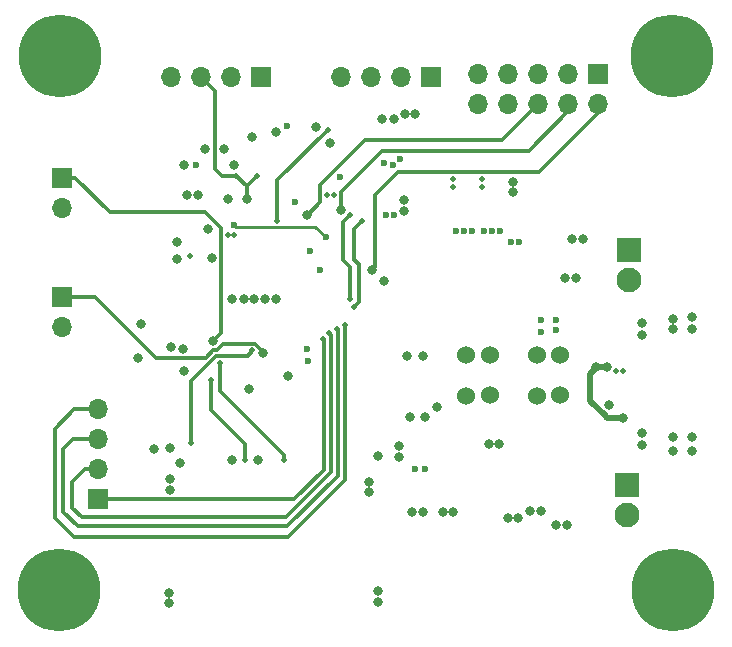
<source format=gbr>
%TF.GenerationSoftware,KiCad,Pcbnew,(6.0.7)*%
%TF.CreationDate,2022-09-11T16:04:50-07:00*%
%TF.ProjectId,All-in-one,416c6c2d-696e-42d6-9f6e-652e6b696361,rev?*%
%TF.SameCoordinates,Original*%
%TF.FileFunction,Copper,L4,Bot*%
%TF.FilePolarity,Positive*%
%FSLAX46Y46*%
G04 Gerber Fmt 4.6, Leading zero omitted, Abs format (unit mm)*
G04 Created by KiCad (PCBNEW (6.0.7)) date 2022-09-11 16:04:50*
%MOMM*%
%LPD*%
G01*
G04 APERTURE LIST*
%TA.AperFunction,ComponentPad*%
%ADD10R,1.700000X1.700000*%
%TD*%
%TA.AperFunction,ComponentPad*%
%ADD11O,1.700000X1.700000*%
%TD*%
%TA.AperFunction,ComponentPad*%
%ADD12R,2.100000X2.100000*%
%TD*%
%TA.AperFunction,ComponentPad*%
%ADD13C,2.100000*%
%TD*%
%TA.AperFunction,ComponentPad*%
%ADD14C,0.800000*%
%TD*%
%TA.AperFunction,ComponentPad*%
%ADD15C,7.000000*%
%TD*%
%TA.AperFunction,ComponentPad*%
%ADD16C,1.524000*%
%TD*%
%TA.AperFunction,ViaPad*%
%ADD17C,0.800000*%
%TD*%
%TA.AperFunction,ViaPad*%
%ADD18C,0.600000*%
%TD*%
%TA.AperFunction,ViaPad*%
%ADD19C,0.500000*%
%TD*%
%TA.AperFunction,Conductor*%
%ADD20C,0.261112*%
%TD*%
%TA.AperFunction,Conductor*%
%ADD21C,0.500000*%
%TD*%
%TA.AperFunction,Conductor*%
%ADD22C,0.300000*%
%TD*%
G04 APERTURE END LIST*
D10*
%TO.P,J9,1,Pin_1*%
%TO.N,+3.3V*%
X56375000Y-22430000D03*
D11*
%TO.P,J9,2,Pin_2*%
%TO.N,UART2_TX*%
X53835000Y-22430000D03*
%TO.P,J9,3,Pin_3*%
%TO.N,UART2_RX*%
X51295000Y-22430000D03*
%TO.P,J9,4,Pin_4*%
%TO.N,GND*%
X48755000Y-22430000D03*
%TD*%
D12*
%TO.P,J2,1,Pin_1*%
%TO.N,LDO_IN*%
X73000000Y-57000000D03*
D13*
%TO.P,J2,2,Pin_2*%
%TO.N,GND*%
X73000000Y-59540000D03*
%TD*%
D10*
%TO.P,J10,1,Pin_1*%
%TO.N,+3.3V*%
X70575000Y-22225000D03*
D11*
%TO.P,J10,2,Pin_2*%
%TO.N,SWDIO*%
X70575000Y-24765000D03*
%TO.P,J10,3,Pin_3*%
%TO.N,GND*%
X68035000Y-22225000D03*
%TO.P,J10,4,Pin_4*%
%TO.N,SWCLK*%
X68035000Y-24765000D03*
%TO.P,J10,5,Pin_5*%
%TO.N,GND*%
X65495000Y-22225000D03*
%TO.P,J10,6,Pin_6*%
%TO.N,SWO*%
X65495000Y-24765000D03*
%TO.P,J10,7,Pin_7*%
%TO.N,unconnected-(J10-Pad7)*%
X62955000Y-22225000D03*
%TO.P,J10,8,Pin_8*%
%TO.N,unconnected-(J10-Pad8)*%
X62955000Y-24765000D03*
%TO.P,J10,9,Pin_9*%
%TO.N,GND*%
X60415000Y-22225000D03*
%TO.P,J10,10,Pin_10*%
%TO.N,NRST*%
X60415000Y-24765000D03*
%TD*%
D10*
%TO.P,J7,1,Pin_1*%
%TO.N,TIM3_CH4*%
X25200000Y-41060000D03*
D11*
%TO.P,J7,2,Pin_2*%
%TO.N,GND*%
X25200000Y-43600000D03*
%TD*%
D14*
%TO.P,H3,1,1*%
%TO.N,GND*%
X27525000Y-65900000D03*
X26756155Y-67756155D03*
X23043845Y-64043845D03*
X26756155Y-64043845D03*
X22275000Y-65900000D03*
X24900000Y-68525000D03*
X23043845Y-67756155D03*
X24900000Y-63275000D03*
D15*
X24900000Y-65900000D03*
%TD*%
%TO.P,H4,1,1*%
%TO.N,GND*%
X76900000Y-65900000D03*
D14*
X75043845Y-64043845D03*
X79525000Y-65900000D03*
X78756155Y-64043845D03*
X78756155Y-67756155D03*
X74275000Y-65900000D03*
X76900000Y-63275000D03*
X76900000Y-68525000D03*
X75043845Y-67756155D03*
%TD*%
D10*
%TO.P,J5,1,Pin_1*%
%TO.N,GPIO_1*%
X28200000Y-58210000D03*
D11*
%TO.P,J5,2,Pin_2*%
%TO.N,GPIO_2*%
X28200000Y-55670000D03*
%TO.P,J5,3,Pin_3*%
%TO.N,GPIO_3*%
X28200000Y-53130000D03*
%TO.P,J5,4,Pin_4*%
%TO.N,GPIO_4*%
X28200000Y-50590000D03*
%TD*%
D10*
%TO.P,J6,1,Pin_1*%
%TO.N,TIM2_CH4*%
X25200000Y-30960000D03*
D11*
%TO.P,J6,2,Pin_2*%
%TO.N,GND*%
X25200000Y-33500000D03*
%TD*%
D10*
%TO.P,J8,1,Pin_1*%
%TO.N,+3.3V*%
X42000000Y-22430000D03*
D11*
%TO.P,J8,2,Pin_2*%
%TO.N,I2C1_SCL*%
X39460000Y-22430000D03*
%TO.P,J8,3,Pin_3*%
%TO.N,I2C1_SDA*%
X36920000Y-22430000D03*
%TO.P,J8,4,Pin_4*%
%TO.N,GND*%
X34380000Y-22430000D03*
%TD*%
D14*
%TO.P,H1,1,1*%
%TO.N,GND*%
X74943845Y-18843845D03*
X79425000Y-20700000D03*
X76800000Y-18075000D03*
X78656155Y-22556155D03*
X78656155Y-18843845D03*
X74943845Y-22556155D03*
D15*
X76800000Y-20700000D03*
D14*
X76800000Y-23325000D03*
X74175000Y-20700000D03*
%TD*%
D12*
%TO.P,J1,1,Pin_1*%
%TO.N,+12V*%
X73200000Y-37130000D03*
D13*
%TO.P,J1,2,Pin_2*%
%TO.N,GND*%
X73200000Y-39670000D03*
%TD*%
D14*
%TO.P,H2,1,1*%
%TO.N,GND*%
X25000000Y-23325000D03*
X26856155Y-18843845D03*
X23143845Y-22556155D03*
X25000000Y-18075000D03*
X26856155Y-22556155D03*
X23143845Y-18843845D03*
X27625000Y-20700000D03*
X22375000Y-20700000D03*
D15*
X25000000Y-20700000D03*
%TD*%
D16*
%TO.P,SW1,1,1*%
%TO.N,BUCK_VIN*%
X67375000Y-45984783D03*
%TO.P,SW1,2,2*%
%TO.N,unconnected-(SW1-Pad2)*%
X61375000Y-45984783D03*
%TO.P,SW1,3,3*%
%TO.N,BUCK_VIN*%
X65375000Y-45984783D03*
%TO.P,SW1,4,4*%
%TO.N,unconnected-(SW1-Pad4)*%
X59375000Y-45984783D03*
%TO.P,SW1,5,5*%
%TO.N,unconnected-(SW1-Pad5)*%
X67375000Y-49384783D03*
%TO.P,SW1,6,6*%
%TO.N,LDO_IN*%
X61375000Y-49384783D03*
%TO.P,SW1,7,7*%
X65375000Y-49415218D03*
%TO.P,SW1,8,8*%
%TO.N,unconnected-(SW1-Pad8)*%
X59375000Y-49415218D03*
%TD*%
D17*
%TO.N,GND*%
X67800000Y-39500000D03*
X68700000Y-39500000D03*
%TO.N,+3.3V*%
X68375000Y-36125000D03*
D18*
%TO.N,BOOT0*%
X47500000Y-36000000D03*
X39700000Y-35000000D03*
D17*
%TO.N,+3.3V*%
X54400000Y-46100000D03*
X37900000Y-37800000D03*
D18*
X53800000Y-29349500D03*
D17*
X53700000Y-53700000D03*
X35500000Y-29900000D03*
X41800000Y-54900000D03*
X39200000Y-32800000D03*
X46700000Y-26700000D03*
D18*
X46200000Y-37200000D03*
X44900000Y-33000000D03*
D17*
X35400000Y-45450000D03*
X55700000Y-46100000D03*
D18*
X52400000Y-29700000D03*
D17*
X41000000Y-48900000D03*
X39700000Y-29900000D03*
X69275000Y-36125000D03*
X37300000Y-28500000D03*
X35200000Y-55100000D03*
D18*
X48700000Y-30900000D03*
X45900000Y-45500000D03*
X53200000Y-29900000D03*
D17*
X53700000Y-54600000D03*
X37500000Y-35300000D03*
%TO.N,+5V*%
X70400000Y-47018072D03*
X71300500Y-47018072D03*
X72700000Y-51300000D03*
D19*
%TO.N,SPI1_NSS*%
X44000000Y-54900000D03*
X38526444Y-46646444D03*
%TO.N,SPI1_SCK*%
X37820000Y-48130000D03*
X40700000Y-54900000D03*
%TO.N,SD_CARD_DET*%
X41274500Y-45600000D03*
X36110000Y-53450000D03*
%TO.N,GPIO_1*%
X47250500Y-44650000D03*
%TO.N,GPIO_2*%
X47786444Y-44113556D03*
%TO.N,GPIO_3*%
X48450000Y-43800000D03*
%TO.N,GPIO_4*%
X49100000Y-43450000D03*
D17*
%TO.N,I2C1_SDA*%
X40800000Y-32800000D03*
D19*
X41700000Y-30800000D03*
X39900000Y-30800000D03*
%TO.N,UART2_TX*%
X49900000Y-41900000D03*
X50600000Y-34600000D03*
%TO.N,UART2_RX*%
X49600000Y-41200000D03*
X49600000Y-34100000D03*
D17*
%TO.N,SWDIO*%
X51400000Y-38800000D03*
%TO.N,SWCLK*%
X48800000Y-33700000D03*
%TO.N,SWO*%
X45900000Y-34100000D03*
D19*
%TO.N,MPU_INT*%
X47700000Y-26900000D03*
X43400000Y-34600000D03*
D17*
%TO.N,GND*%
X71460000Y-50240000D03*
D19*
X72700000Y-47300000D03*
D17*
X34284598Y-53892919D03*
X62200000Y-53500000D03*
D18*
X36500000Y-29900000D03*
X55100000Y-55600000D03*
X46000000Y-46500000D03*
D19*
X60700000Y-31049500D03*
D17*
X38900000Y-28500000D03*
D19*
X47600000Y-32400000D03*
D17*
X76900000Y-52900000D03*
D18*
X47000000Y-38800000D03*
D17*
X34200000Y-66100000D03*
X74300000Y-44300000D03*
X78500000Y-54100000D03*
X36650000Y-32450000D03*
X34900000Y-37850000D03*
X42350000Y-41250000D03*
X74300000Y-43300000D03*
X74300000Y-53600000D03*
X74300000Y-52600000D03*
X78500000Y-42800000D03*
D18*
X55900000Y-55600000D03*
D17*
X33000000Y-53900000D03*
X56900000Y-50400000D03*
X78500000Y-43800000D03*
X43300000Y-27100000D03*
X43300000Y-41250000D03*
X76900000Y-42900000D03*
D18*
X53300000Y-34100000D03*
D17*
X54100000Y-33800000D03*
D19*
X36000000Y-37600000D03*
D17*
X35500000Y-47350000D03*
D19*
X72100000Y-47300000D03*
D17*
X54200000Y-25600000D03*
D18*
X67000000Y-43900000D03*
D17*
X51900000Y-66900000D03*
X34200000Y-67000000D03*
X54800000Y-59300000D03*
X39550000Y-41250000D03*
X53300000Y-26000000D03*
X63400000Y-32200000D03*
X67900000Y-60400000D03*
X41450000Y-41250000D03*
D18*
X59200000Y-35500000D03*
D17*
X31900000Y-43350000D03*
X47900000Y-28000000D03*
X51900000Y-54500000D03*
D19*
X39700000Y-35800000D03*
X58300000Y-31049500D03*
D17*
X62900000Y-59800000D03*
X39600000Y-54900000D03*
X78500000Y-52900000D03*
X51200000Y-57600000D03*
X55900000Y-51200000D03*
X34300000Y-57400000D03*
X35750000Y-32450000D03*
D19*
X58300000Y-31800000D03*
D17*
X52300000Y-26000000D03*
X40550000Y-41250000D03*
X44300000Y-47800000D03*
D18*
X63900000Y-36400000D03*
X63200000Y-36400000D03*
D17*
X51200000Y-56700000D03*
D18*
X58500000Y-35500000D03*
D19*
X48200000Y-32400000D03*
D17*
X65700000Y-59200000D03*
D18*
X59900000Y-35500000D03*
D17*
X41300000Y-27500000D03*
X67000000Y-60400000D03*
D19*
X60700000Y-31800000D03*
D17*
X34400000Y-45300000D03*
X34300000Y-56500000D03*
X58300000Y-59300000D03*
D18*
X61600000Y-35500000D03*
X52600000Y-34100000D03*
X67000000Y-43000000D03*
X65700000Y-44000000D03*
D17*
X63800000Y-59800000D03*
D19*
X39200000Y-35800000D03*
D17*
X55700000Y-59300000D03*
X52400000Y-39700000D03*
X61300000Y-53500000D03*
X34950000Y-36400000D03*
X55100000Y-25600000D03*
D18*
X65700000Y-43000000D03*
X62300000Y-35500000D03*
D17*
X54600000Y-51200000D03*
X76900000Y-43800000D03*
D18*
X44200000Y-26600000D03*
D17*
X57400000Y-59300000D03*
D18*
X60900000Y-35500000D03*
D17*
X63400000Y-31300000D03*
X54100000Y-32900000D03*
X51900000Y-66000000D03*
X31600000Y-46200000D03*
X76900000Y-54100000D03*
X64800000Y-59200000D03*
%TO.N,TIM2_CH4*%
X38000000Y-44804500D03*
%TO.N,TIM3_CH4*%
X42200000Y-45804500D03*
%TD*%
D20*
%TO.N,BOOT0*%
X47500000Y-36000000D02*
X46630556Y-35130556D01*
X46630556Y-35130556D02*
X39830556Y-35130556D01*
X39830556Y-35130556D02*
X39700000Y-35000000D01*
D21*
%TO.N,+5V*%
X69900000Y-47600000D02*
X69900000Y-49882082D01*
X71117918Y-51100000D02*
X71317918Y-51300000D01*
X70481928Y-47018072D02*
X71300500Y-47018072D01*
X70481928Y-47018072D02*
X69900000Y-47600000D01*
X69900000Y-49882082D02*
X71117918Y-51100000D01*
X71317918Y-51300000D02*
X72700000Y-51300000D01*
D22*
%TO.N,SPI1_NSS*%
X44000000Y-54480000D02*
X38526444Y-49006444D01*
X38526444Y-49006444D02*
X38526444Y-46646444D01*
X44000000Y-54900000D02*
X44000000Y-54480000D01*
%TO.N,SPI1_SCK*%
X40700000Y-54900000D02*
X40700000Y-53500000D01*
X40700000Y-53500000D02*
X37820000Y-50620000D01*
X37820000Y-50620000D02*
X37820000Y-48130000D01*
%TO.N,SD_CARD_DET*%
X40880000Y-46080000D02*
X41274500Y-45685500D01*
X38180000Y-46080000D02*
X40880000Y-46080000D01*
X41274500Y-45685500D02*
X41274500Y-45600000D01*
X36110000Y-53450000D02*
X36110000Y-48150000D01*
X36110000Y-48150000D02*
X38180000Y-46080000D01*
%TO.N,GPIO_1*%
X47250500Y-44650000D02*
X47350000Y-44749500D01*
X47350000Y-44749500D02*
X47350000Y-55700000D01*
X47350000Y-55700000D02*
X44840000Y-58210000D01*
X44840000Y-58210000D02*
X28200000Y-58210000D01*
%TO.N,GPIO_2*%
X27130000Y-55670000D02*
X28200000Y-55670000D01*
X47950000Y-55850000D02*
X44100000Y-59700000D01*
X26050000Y-58900000D02*
X26050000Y-56750000D01*
X26850000Y-59700000D02*
X26050000Y-58900000D01*
X26050000Y-56750000D02*
X27130000Y-55670000D01*
X44100000Y-59700000D02*
X26850000Y-59700000D01*
X47950000Y-44277112D02*
X47950000Y-55850000D01*
X47786444Y-44113556D02*
X47950000Y-44277112D01*
%TO.N,GPIO_3*%
X25250000Y-59250000D02*
X25250000Y-53950000D01*
X48550000Y-56200000D02*
X44250000Y-60500000D01*
X26070000Y-53130000D02*
X28200000Y-53130000D01*
X44250000Y-60500000D02*
X26500000Y-60500000D01*
X48450000Y-43800000D02*
X48550000Y-43900000D01*
X25250000Y-53950000D02*
X26070000Y-53130000D01*
X26500000Y-60500000D02*
X25250000Y-59250000D01*
X48550000Y-43900000D02*
X48550000Y-56200000D01*
%TO.N,GPIO_4*%
X26200000Y-61400000D02*
X24550000Y-59750000D01*
X24550000Y-52250000D02*
X26210000Y-50590000D01*
X24550000Y-59750000D02*
X24550000Y-52250000D01*
X44300000Y-61400000D02*
X26200000Y-61400000D01*
X49100000Y-56600000D02*
X44300000Y-61400000D01*
X26210000Y-50590000D02*
X28200000Y-50590000D01*
X49100000Y-43450000D02*
X49100000Y-56600000D01*
%TO.N,I2C1_SDA*%
X40800000Y-31700000D02*
X41700000Y-30800000D01*
X38150000Y-23660000D02*
X38150000Y-30250000D01*
X38150000Y-30250000D02*
X38700000Y-30800000D01*
X40800000Y-31700000D02*
X39900000Y-30800000D01*
X38700000Y-30800000D02*
X39900000Y-30800000D01*
X40800000Y-32800000D02*
X40800000Y-31700000D01*
X36920000Y-22430000D02*
X38150000Y-23660000D01*
%TO.N,UART2_TX*%
X50300000Y-38300000D02*
X50300000Y-41500000D01*
X49900000Y-37900000D02*
X50300000Y-38300000D01*
X49900000Y-35300000D02*
X49900000Y-37900000D01*
X50300000Y-41500000D02*
X49900000Y-41900000D01*
X50600000Y-34600000D02*
X49900000Y-35300000D01*
%TO.N,UART2_RX*%
X49600000Y-34100000D02*
X49000000Y-34700000D01*
X49000000Y-34700000D02*
X49000000Y-37900000D01*
X49000000Y-37900000D02*
X49600000Y-38500000D01*
X49600000Y-38500000D02*
X49600000Y-41200000D01*
%TO.N,SWDIO*%
X53600000Y-30500000D02*
X65600000Y-30500000D01*
X70575000Y-25525000D02*
X70575000Y-24765000D01*
X51700000Y-38500000D02*
X51700000Y-32400000D01*
X51400000Y-38800000D02*
X51700000Y-38500000D01*
X51700000Y-32400000D02*
X53600000Y-30500000D01*
X65600000Y-30500000D02*
X70575000Y-25525000D01*
%TO.N,SWCLK*%
X64700000Y-28700000D02*
X68035000Y-25365000D01*
X48800000Y-32200000D02*
X52300000Y-28700000D01*
X48800000Y-33700000D02*
X48800000Y-32200000D01*
X52300000Y-28700000D02*
X64700000Y-28700000D01*
X68035000Y-25365000D02*
X68035000Y-24765000D01*
%TO.N,SWO*%
X47050000Y-31550000D02*
X50800000Y-27800000D01*
X47050000Y-33050000D02*
X47050000Y-31550000D01*
X50800000Y-27800000D02*
X62460000Y-27800000D01*
X62460000Y-27800000D02*
X65495000Y-24765000D01*
X45900000Y-34100000D02*
X46000000Y-34100000D01*
X46000000Y-34100000D02*
X47050000Y-33050000D01*
%TO.N,MPU_INT*%
X43400000Y-31200000D02*
X47700000Y-26900000D01*
X43400000Y-34600000D02*
X43400000Y-31200000D01*
%TO.N,TIM2_CH4*%
X38650000Y-35250000D02*
X37300000Y-33900000D01*
X38650000Y-44154500D02*
X38650000Y-35250000D01*
X29200000Y-33900000D02*
X26260000Y-30960000D01*
X26260000Y-30960000D02*
X25200000Y-30960000D01*
X38000000Y-44804500D02*
X38650000Y-44154500D01*
X37300000Y-33900000D02*
X29200000Y-33900000D01*
%TO.N,TIM3_CH4*%
X37972893Y-45580000D02*
X37352893Y-46200000D01*
X42200000Y-45747682D02*
X41502318Y-45050000D01*
X33100000Y-46200000D02*
X27960000Y-41060000D01*
X37352893Y-46200000D02*
X33100000Y-46200000D01*
X27960000Y-41060000D02*
X25200000Y-41060000D01*
X42200000Y-45804500D02*
X42200000Y-45747682D01*
X38300000Y-45580000D02*
X37972893Y-45580000D01*
X38830000Y-45050000D02*
X38300000Y-45580000D01*
X41502318Y-45050000D02*
X38830000Y-45050000D01*
%TD*%
M02*

</source>
